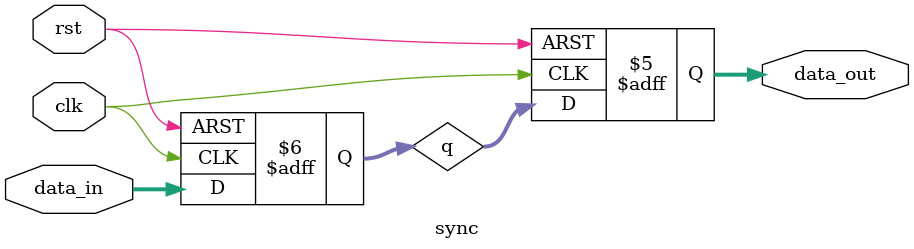
<source format=sv>
module sync #(parameter DATA_WIDTH = 3)(input clk,
                                        input rst,
                                        input [DATA_WIDTH:0]data_in,
                                        output reg [DATA_WIDTH:0]data_out = 0);
  
  reg [DATA_WIDTH : 0]q = 0;
  
  always@(posedge clk or negedge rst) begin
    if(!rst) begin
      data_out <= 'b0;
      q <= 'b0;
    end
    else begin
      q <= data_in;
      data_out <= q;
    end
  end
  
endmodule
</source>
